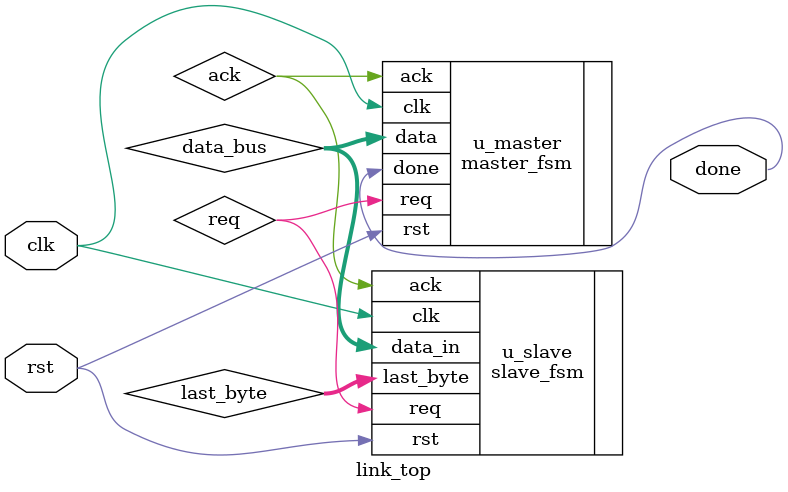
<source format=v>
module link_top(
  input  wire clk,
  input  wire rst,
  output wire done
);
  wire        req, ack;
  wire [7:0]  data_bus;
  wire [7:0]  last_byte;

  master_fsm u_master(
    .clk(clk), .rst(rst),
    .ack(ack),
    .req(req),
    .data(data_bus),
    .done(done)
  );

  slave_fsm u_slave(
    .clk(clk), .rst(rst),
    .req(req),
    .data_in(data_bus),
    .ack(ack),
    .last_byte(last_byte)
  );
endmodule

</source>
